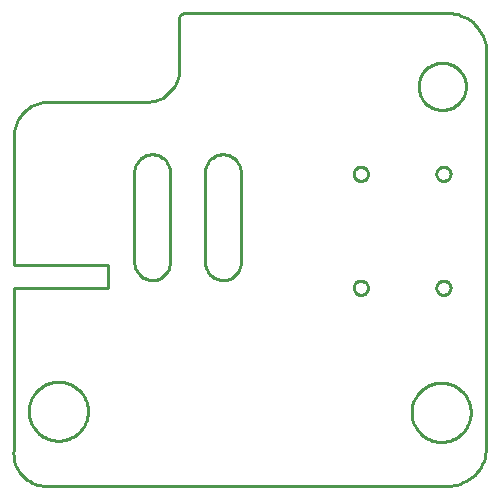
<source format=gbr>
G04 EAGLE Gerber RS-274X export*
G75*
%MOMM*%
%FSLAX34Y34*%
%LPD*%
%IN*%
%IPPOS*%
%AMOC8*
5,1,8,0,0,1.08239X$1,22.5*%
G01*
%ADD10C,0.254000*%


D10*
X165000Y30000D02*
X164887Y27594D01*
X164984Y25187D01*
X165290Y22797D01*
X165803Y20444D01*
X166520Y18144D01*
X167434Y15915D01*
X168539Y13775D01*
X169827Y11738D01*
X171287Y9822D01*
X172908Y8041D01*
X174679Y6407D01*
X176585Y4934D01*
X178612Y3633D01*
X180745Y2513D01*
X182968Y1584D01*
X185263Y852D01*
X187613Y323D01*
X190000Y0D01*
X535000Y0D01*
X537823Y342D01*
X540606Y928D01*
X543326Y1754D01*
X545965Y2815D01*
X548501Y4102D01*
X550915Y5604D01*
X553189Y7312D01*
X555306Y9211D01*
X557249Y11287D01*
X559003Y13525D01*
X560556Y15907D01*
X561896Y18415D01*
X563012Y21031D01*
X563895Y23734D01*
X564540Y26503D01*
X564940Y29318D01*
X565094Y32158D01*
X565000Y35000D01*
X565000Y370000D01*
X564658Y372823D01*
X564072Y375606D01*
X563246Y378326D01*
X562185Y380965D01*
X560898Y383501D01*
X559396Y385915D01*
X557689Y388189D01*
X555789Y390306D01*
X553713Y392249D01*
X551476Y394003D01*
X549093Y395556D01*
X546585Y396896D01*
X543969Y398012D01*
X541266Y398895D01*
X538497Y399540D01*
X535682Y399940D01*
X532842Y400094D01*
X530000Y400000D01*
X310000Y400000D01*
X309564Y399981D01*
X309132Y399924D01*
X308706Y399830D01*
X308290Y399698D01*
X307887Y399532D01*
X307500Y399330D01*
X307132Y399096D01*
X306786Y398830D01*
X306464Y398536D01*
X306170Y398214D01*
X305904Y397868D01*
X305670Y397500D01*
X305468Y397113D01*
X305302Y396710D01*
X305170Y396294D01*
X305076Y395868D01*
X305019Y395436D01*
X305000Y395000D01*
X305000Y350000D01*
X304677Y347613D01*
X304148Y345263D01*
X303416Y342968D01*
X302487Y340745D01*
X301367Y338612D01*
X300066Y336585D01*
X298593Y334679D01*
X296959Y332908D01*
X295178Y331287D01*
X293262Y329827D01*
X291225Y328539D01*
X289085Y327434D01*
X286856Y326520D01*
X284556Y325803D01*
X282203Y325290D01*
X279813Y324984D01*
X277406Y324887D01*
X275000Y325000D01*
X195000Y325000D01*
X192385Y324886D01*
X189791Y324544D01*
X187235Y323978D01*
X184739Y323191D01*
X182321Y322189D01*
X180000Y320981D01*
X177793Y319575D01*
X175716Y317981D01*
X173787Y316213D01*
X172019Y314284D01*
X170425Y312207D01*
X169019Y310000D01*
X167811Y307679D01*
X166809Y305261D01*
X166022Y302765D01*
X165456Y300209D01*
X165114Y297615D01*
X165000Y295000D01*
X165000Y187000D01*
X245000Y187000D01*
X245000Y167000D01*
X165000Y167000D01*
X165000Y30000D01*
X267300Y189100D02*
X267357Y187793D01*
X267528Y186495D01*
X267811Y185218D01*
X268205Y183970D01*
X268705Y182761D01*
X269310Y181600D01*
X270013Y180496D01*
X270809Y179458D01*
X271693Y178493D01*
X272658Y177609D01*
X273696Y176813D01*
X274800Y176110D01*
X275961Y175505D01*
X277170Y175005D01*
X278418Y174611D01*
X279695Y174328D01*
X280993Y174157D01*
X282300Y174100D01*
X283566Y174112D01*
X284826Y174233D01*
X286070Y174465D01*
X287289Y174803D01*
X288475Y175247D01*
X289617Y175793D01*
X290707Y176436D01*
X291737Y177171D01*
X292700Y177993D01*
X293586Y178897D01*
X294391Y179874D01*
X295107Y180917D01*
X295730Y182019D01*
X296255Y183171D01*
X296677Y184364D01*
X296993Y185590D01*
X297201Y186838D01*
X297300Y188100D01*
X297300Y265500D01*
X297243Y266807D01*
X297072Y268105D01*
X296789Y269382D01*
X296395Y270630D01*
X295895Y271839D01*
X295290Y273000D01*
X294587Y274104D01*
X293791Y275142D01*
X292907Y276107D01*
X291942Y276991D01*
X290904Y277787D01*
X289800Y278490D01*
X288639Y279095D01*
X287430Y279595D01*
X286182Y279989D01*
X284905Y280272D01*
X283607Y280443D01*
X282300Y280500D01*
X280993Y280443D01*
X279695Y280272D01*
X278418Y279989D01*
X277170Y279595D01*
X275961Y279095D01*
X274800Y278490D01*
X273696Y277787D01*
X272658Y276991D01*
X271693Y276107D01*
X270809Y275142D01*
X270013Y274104D01*
X269310Y273000D01*
X268705Y271839D01*
X268205Y270630D01*
X267811Y269382D01*
X267528Y268105D01*
X267357Y266807D01*
X267300Y265500D01*
X267300Y189100D01*
X327300Y189100D02*
X327357Y187793D01*
X327528Y186495D01*
X327811Y185218D01*
X328205Y183970D01*
X328705Y182761D01*
X329310Y181600D01*
X330013Y180496D01*
X330809Y179458D01*
X331693Y178493D01*
X332658Y177609D01*
X333696Y176813D01*
X334800Y176110D01*
X335961Y175505D01*
X337170Y175005D01*
X338418Y174611D01*
X339695Y174328D01*
X340993Y174157D01*
X342300Y174100D01*
X343566Y174112D01*
X344826Y174233D01*
X346070Y174465D01*
X347289Y174803D01*
X348475Y175247D01*
X349617Y175793D01*
X350707Y176436D01*
X351737Y177171D01*
X352700Y177993D01*
X353586Y178897D01*
X354391Y179874D01*
X355107Y180917D01*
X355730Y182019D01*
X356255Y183171D01*
X356677Y184364D01*
X356993Y185590D01*
X357201Y186838D01*
X357300Y188100D01*
X357300Y265500D01*
X357243Y266807D01*
X357072Y268105D01*
X356789Y269382D01*
X356395Y270630D01*
X355895Y271839D01*
X355290Y273000D01*
X354587Y274104D01*
X353791Y275142D01*
X352907Y276107D01*
X351942Y276991D01*
X350904Y277787D01*
X349800Y278490D01*
X348639Y279095D01*
X347430Y279595D01*
X346182Y279989D01*
X344905Y280272D01*
X343607Y280443D01*
X342300Y280500D01*
X340993Y280443D01*
X339695Y280272D01*
X338418Y279989D01*
X337170Y279595D01*
X335961Y279095D01*
X334800Y278490D01*
X333696Y277787D01*
X332658Y276991D01*
X331693Y276107D01*
X330809Y275142D01*
X330013Y274104D01*
X329310Y273000D01*
X328705Y271839D01*
X328205Y270630D01*
X327811Y269382D01*
X327528Y268105D01*
X327357Y266807D01*
X327300Y265500D01*
X327300Y189100D01*
X228000Y62299D02*
X227921Y60898D01*
X227764Y59504D01*
X227529Y58121D01*
X227217Y56753D01*
X226829Y55405D01*
X226365Y54081D01*
X225829Y52785D01*
X225220Y51521D01*
X224541Y50293D01*
X223795Y49105D01*
X222983Y47961D01*
X222108Y46864D01*
X221174Y45818D01*
X220182Y44826D01*
X219136Y43892D01*
X218039Y43017D01*
X216895Y42205D01*
X215707Y41459D01*
X214479Y40780D01*
X213215Y40171D01*
X211919Y39635D01*
X210595Y39171D01*
X209247Y38783D01*
X207879Y38471D01*
X206496Y38236D01*
X205102Y38079D01*
X203701Y38000D01*
X202299Y38000D01*
X200898Y38079D01*
X199504Y38236D01*
X198121Y38471D01*
X196753Y38783D01*
X195405Y39171D01*
X194081Y39635D01*
X192785Y40171D01*
X191521Y40780D01*
X190293Y41459D01*
X189105Y42205D01*
X187961Y43017D01*
X186864Y43892D01*
X185818Y44826D01*
X184826Y45818D01*
X183892Y46864D01*
X183017Y47961D01*
X182205Y49105D01*
X181459Y50293D01*
X180780Y51521D01*
X180171Y52785D01*
X179635Y54081D01*
X179171Y55405D01*
X178783Y56753D01*
X178471Y58121D01*
X178236Y59504D01*
X178079Y60898D01*
X178000Y62299D01*
X178000Y63701D01*
X178079Y65102D01*
X178236Y66496D01*
X178471Y67879D01*
X178783Y69247D01*
X179171Y70595D01*
X179635Y71919D01*
X180171Y73215D01*
X180780Y74479D01*
X181459Y75707D01*
X182205Y76895D01*
X183017Y78039D01*
X183892Y79136D01*
X184826Y80182D01*
X185818Y81174D01*
X186864Y82108D01*
X187961Y82983D01*
X189105Y83795D01*
X190293Y84541D01*
X191521Y85220D01*
X192785Y85829D01*
X194081Y86365D01*
X195405Y86829D01*
X196753Y87217D01*
X198121Y87529D01*
X199504Y87764D01*
X200898Y87921D01*
X202299Y88000D01*
X203701Y88000D01*
X205102Y87921D01*
X206496Y87764D01*
X207879Y87529D01*
X209247Y87217D01*
X210595Y86829D01*
X211919Y86365D01*
X213215Y85829D01*
X214479Y85220D01*
X215707Y84541D01*
X216895Y83795D01*
X218039Y82983D01*
X219136Y82108D01*
X220182Y81174D01*
X221174Y80182D01*
X222108Y79136D01*
X222983Y78039D01*
X223795Y76895D01*
X224541Y75707D01*
X225220Y74479D01*
X225829Y73215D01*
X226365Y71919D01*
X226829Y70595D01*
X227217Y69247D01*
X227529Y67879D01*
X227764Y66496D01*
X227921Y65102D01*
X228000Y63701D01*
X228000Y62299D01*
X552000Y61299D02*
X551921Y59898D01*
X551764Y58504D01*
X551529Y57121D01*
X551217Y55753D01*
X550829Y54405D01*
X550365Y53081D01*
X549829Y51785D01*
X549220Y50521D01*
X548541Y49293D01*
X547795Y48105D01*
X546983Y46961D01*
X546108Y45864D01*
X545174Y44818D01*
X544182Y43826D01*
X543136Y42892D01*
X542039Y42017D01*
X540895Y41205D01*
X539707Y40459D01*
X538479Y39780D01*
X537215Y39171D01*
X535919Y38635D01*
X534595Y38171D01*
X533247Y37783D01*
X531879Y37471D01*
X530496Y37236D01*
X529102Y37079D01*
X527701Y37000D01*
X526299Y37000D01*
X524898Y37079D01*
X523504Y37236D01*
X522121Y37471D01*
X520753Y37783D01*
X519405Y38171D01*
X518081Y38635D01*
X516785Y39171D01*
X515521Y39780D01*
X514293Y40459D01*
X513105Y41205D01*
X511961Y42017D01*
X510864Y42892D01*
X509818Y43826D01*
X508826Y44818D01*
X507892Y45864D01*
X507017Y46961D01*
X506205Y48105D01*
X505459Y49293D01*
X504780Y50521D01*
X504171Y51785D01*
X503635Y53081D01*
X503171Y54405D01*
X502783Y55753D01*
X502471Y57121D01*
X502236Y58504D01*
X502079Y59898D01*
X502000Y61299D01*
X502000Y62701D01*
X502079Y64102D01*
X502236Y65496D01*
X502471Y66879D01*
X502783Y68247D01*
X503171Y69595D01*
X503635Y70919D01*
X504171Y72215D01*
X504780Y73479D01*
X505459Y74707D01*
X506205Y75895D01*
X507017Y77039D01*
X507892Y78136D01*
X508826Y79182D01*
X509818Y80174D01*
X510864Y81108D01*
X511961Y81983D01*
X513105Y82795D01*
X514293Y83541D01*
X515521Y84220D01*
X516785Y84829D01*
X518081Y85365D01*
X519405Y85829D01*
X520753Y86217D01*
X522121Y86529D01*
X523504Y86764D01*
X524898Y86921D01*
X526299Y87000D01*
X527701Y87000D01*
X529102Y86921D01*
X530496Y86764D01*
X531879Y86529D01*
X533247Y86217D01*
X534595Y85829D01*
X535919Y85365D01*
X537215Y84829D01*
X538479Y84220D01*
X539707Y83541D01*
X540895Y82795D01*
X542039Y81983D01*
X543136Y81108D01*
X544182Y80174D01*
X545174Y79182D01*
X546108Y78136D01*
X546983Y77039D01*
X547795Y75895D01*
X548541Y74707D01*
X549220Y73479D01*
X549829Y72215D01*
X550365Y70919D01*
X550829Y69595D01*
X551217Y68247D01*
X551529Y66879D01*
X551764Y65496D01*
X551921Y64102D01*
X552000Y62701D01*
X552000Y61299D01*
X548000Y337396D02*
X547927Y336189D01*
X547781Y334989D01*
X547563Y333800D01*
X547274Y332627D01*
X546915Y331473D01*
X546486Y330343D01*
X545990Y329241D01*
X545428Y328170D01*
X544803Y327136D01*
X544116Y326141D01*
X543371Y325190D01*
X542569Y324285D01*
X541715Y323431D01*
X540810Y322629D01*
X539859Y321884D01*
X538864Y321197D01*
X537830Y320572D01*
X536759Y320010D01*
X535657Y319514D01*
X534527Y319085D01*
X533373Y318726D01*
X532200Y318437D01*
X531011Y318219D01*
X529811Y318073D01*
X528604Y318000D01*
X527396Y318000D01*
X526189Y318073D01*
X524989Y318219D01*
X523800Y318437D01*
X522627Y318726D01*
X521473Y319085D01*
X520343Y319514D01*
X519241Y320010D01*
X518170Y320572D01*
X517136Y321197D01*
X516141Y321884D01*
X515190Y322629D01*
X514285Y323431D01*
X513431Y324285D01*
X512629Y325190D01*
X511884Y326141D01*
X511197Y327136D01*
X510572Y328170D01*
X510010Y329241D01*
X509514Y330343D01*
X509085Y331473D01*
X508726Y332627D01*
X508437Y333800D01*
X508219Y334989D01*
X508073Y336189D01*
X508000Y337396D01*
X508000Y338604D01*
X508073Y339811D01*
X508219Y341011D01*
X508437Y342200D01*
X508726Y343373D01*
X509085Y344527D01*
X509514Y345657D01*
X510010Y346759D01*
X510572Y347830D01*
X511197Y348864D01*
X511884Y349859D01*
X512629Y350810D01*
X513431Y351715D01*
X514285Y352569D01*
X515190Y353371D01*
X516141Y354116D01*
X517136Y354803D01*
X518170Y355428D01*
X519241Y355990D01*
X520343Y356486D01*
X521473Y356915D01*
X522627Y357274D01*
X523800Y357563D01*
X524989Y357781D01*
X526189Y357927D01*
X527396Y358000D01*
X528604Y358000D01*
X529811Y357927D01*
X531011Y357781D01*
X532200Y357563D01*
X533373Y357274D01*
X534527Y356915D01*
X535657Y356486D01*
X536759Y355990D01*
X537830Y355428D01*
X538864Y354803D01*
X539859Y354116D01*
X540810Y353371D01*
X541715Y352569D01*
X542569Y351715D01*
X543371Y350810D01*
X544116Y349859D01*
X544803Y348864D01*
X545428Y347830D01*
X545990Y346759D01*
X546486Y345657D01*
X546915Y344527D01*
X547274Y343373D01*
X547563Y342200D01*
X547781Y341011D01*
X547927Y339811D01*
X548000Y338604D01*
X548000Y337396D01*
X523000Y263612D02*
X523075Y262942D01*
X523225Y262285D01*
X523448Y261649D01*
X523740Y261042D01*
X524099Y260471D01*
X524519Y259944D01*
X524996Y259468D01*
X525523Y259048D01*
X526093Y258689D01*
X526700Y258397D01*
X527336Y258174D01*
X527993Y258024D01*
X528663Y257949D01*
X529337Y257949D01*
X530007Y258024D01*
X530664Y258174D01*
X531300Y258397D01*
X531907Y258689D01*
X532478Y259048D01*
X533004Y259468D01*
X533481Y259944D01*
X533901Y260471D01*
X534260Y261042D01*
X534552Y261649D01*
X534775Y262285D01*
X534925Y262942D01*
X535000Y263612D01*
X535000Y264286D01*
X534925Y264955D01*
X534775Y265612D01*
X534552Y266248D01*
X534260Y266855D01*
X533901Y267426D01*
X533481Y267953D01*
X533004Y268430D01*
X532478Y268850D01*
X531907Y269208D01*
X531300Y269501D01*
X530664Y269723D01*
X530007Y269873D01*
X529337Y269949D01*
X528663Y269949D01*
X527993Y269873D01*
X527336Y269723D01*
X526700Y269501D01*
X526093Y269208D01*
X525523Y268850D01*
X524996Y268430D01*
X524519Y267953D01*
X524099Y267426D01*
X523740Y266855D01*
X523448Y266248D01*
X523225Y265612D01*
X523075Y264955D01*
X523000Y264286D01*
X523000Y263612D01*
X453000Y263612D02*
X453075Y262942D01*
X453225Y262285D01*
X453448Y261649D01*
X453740Y261042D01*
X454099Y260471D01*
X454519Y259944D01*
X454996Y259468D01*
X455523Y259048D01*
X456093Y258689D01*
X456700Y258397D01*
X457336Y258174D01*
X457993Y258024D01*
X458663Y257949D01*
X459337Y257949D01*
X460007Y258024D01*
X460664Y258174D01*
X461300Y258397D01*
X461907Y258689D01*
X462478Y259048D01*
X463004Y259468D01*
X463481Y259944D01*
X463901Y260471D01*
X464260Y261042D01*
X464552Y261649D01*
X464775Y262285D01*
X464925Y262942D01*
X465000Y263612D01*
X465000Y264286D01*
X464925Y264955D01*
X464775Y265612D01*
X464552Y266248D01*
X464260Y266855D01*
X463901Y267426D01*
X463481Y267953D01*
X463004Y268430D01*
X462478Y268850D01*
X461907Y269208D01*
X461300Y269501D01*
X460664Y269723D01*
X460007Y269873D01*
X459337Y269949D01*
X458663Y269949D01*
X457993Y269873D01*
X457336Y269723D01*
X456700Y269501D01*
X456093Y269208D01*
X455523Y268850D01*
X454996Y268430D01*
X454519Y267953D01*
X454099Y267426D01*
X453740Y266855D01*
X453448Y266248D01*
X453225Y265612D01*
X453075Y264955D01*
X453000Y264286D01*
X453000Y263612D01*
X523000Y167163D02*
X523075Y166493D01*
X523225Y165836D01*
X523448Y165200D01*
X523740Y164593D01*
X524099Y164023D01*
X524519Y163496D01*
X524996Y163019D01*
X525523Y162599D01*
X526093Y162240D01*
X526700Y161948D01*
X527336Y161725D01*
X527993Y161575D01*
X528663Y161500D01*
X529337Y161500D01*
X530007Y161575D01*
X530664Y161725D01*
X531300Y161948D01*
X531907Y162240D01*
X532478Y162599D01*
X533004Y163019D01*
X533481Y163496D01*
X533901Y164023D01*
X534260Y164593D01*
X534552Y165200D01*
X534775Y165836D01*
X534925Y166493D01*
X535000Y167163D01*
X535000Y167837D01*
X534925Y168507D01*
X534775Y169164D01*
X534552Y169800D01*
X534260Y170407D01*
X533901Y170978D01*
X533481Y171504D01*
X533004Y171981D01*
X532478Y172401D01*
X531907Y172760D01*
X531300Y173052D01*
X530664Y173275D01*
X530007Y173425D01*
X529337Y173500D01*
X528663Y173500D01*
X527993Y173425D01*
X527336Y173275D01*
X526700Y173052D01*
X526093Y172760D01*
X525523Y172401D01*
X524996Y171981D01*
X524519Y171504D01*
X524099Y170978D01*
X523740Y170407D01*
X523448Y169800D01*
X523225Y169164D01*
X523075Y168507D01*
X523000Y167837D01*
X523000Y167163D01*
X453000Y167163D02*
X453075Y166493D01*
X453225Y165836D01*
X453448Y165200D01*
X453740Y164593D01*
X454099Y164023D01*
X454519Y163496D01*
X454996Y163019D01*
X455523Y162599D01*
X456093Y162240D01*
X456700Y161948D01*
X457336Y161725D01*
X457993Y161575D01*
X458663Y161500D01*
X459337Y161500D01*
X460007Y161575D01*
X460664Y161725D01*
X461300Y161948D01*
X461907Y162240D01*
X462478Y162599D01*
X463004Y163019D01*
X463481Y163496D01*
X463901Y164023D01*
X464260Y164593D01*
X464552Y165200D01*
X464775Y165836D01*
X464925Y166493D01*
X465000Y167163D01*
X465000Y167837D01*
X464925Y168507D01*
X464775Y169164D01*
X464552Y169800D01*
X464260Y170407D01*
X463901Y170978D01*
X463481Y171504D01*
X463004Y171981D01*
X462478Y172401D01*
X461907Y172760D01*
X461300Y173052D01*
X460664Y173275D01*
X460007Y173425D01*
X459337Y173500D01*
X458663Y173500D01*
X457993Y173425D01*
X457336Y173275D01*
X456700Y173052D01*
X456093Y172760D01*
X455523Y172401D01*
X454996Y171981D01*
X454519Y171504D01*
X454099Y170978D01*
X453740Y170407D01*
X453448Y169800D01*
X453225Y169164D01*
X453075Y168507D01*
X453000Y167837D01*
X453000Y167163D01*
M02*

</source>
